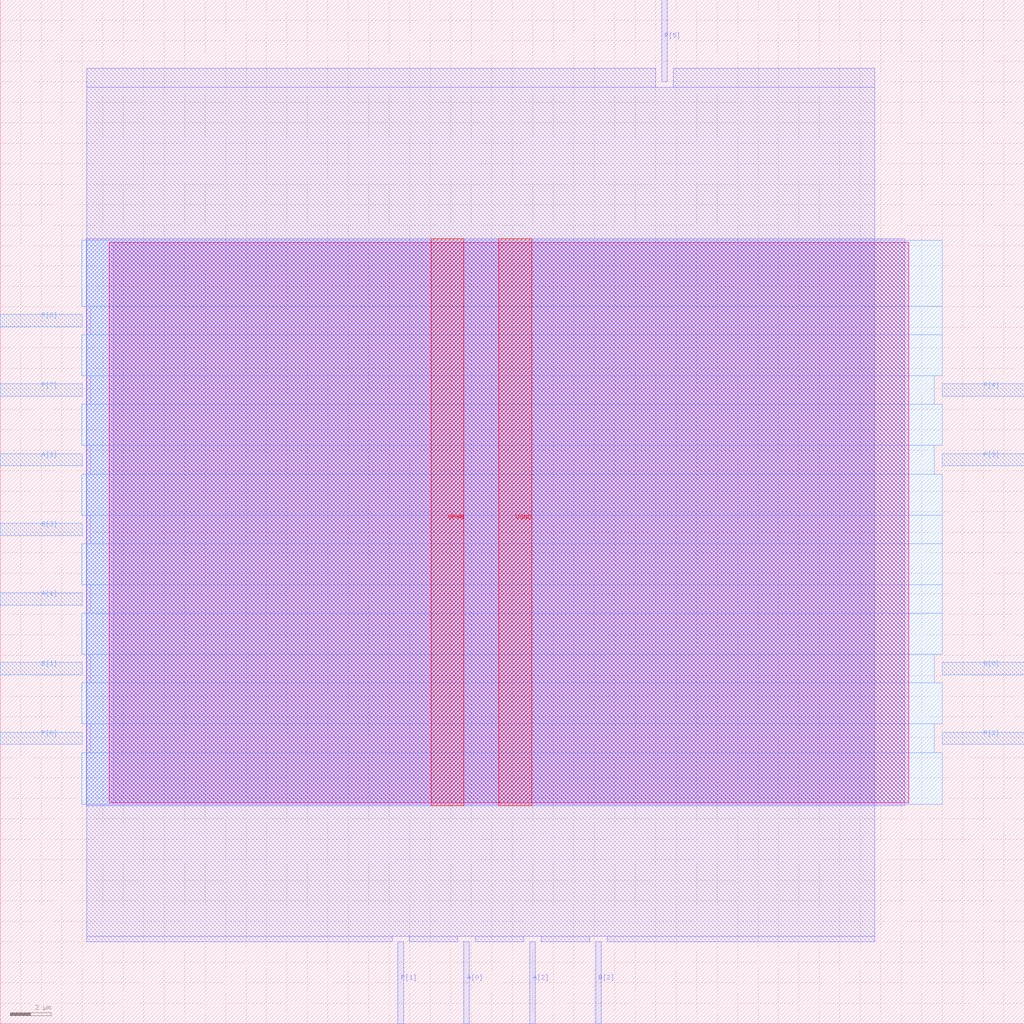
<source format=lef>
VERSION 5.7 ;
  NOWIREEXTENSIONATPIN ON ;
  DIVIDERCHAR "/" ;
  BUSBITCHARS "[]" ;
MACRO mult4_SarsaNada_e10_SARSA_RUIDO_e9_SARSA_RUIDO_e9_SARSA_RUIDO_e9
  CLASS BLOCK ;
  FOREIGN mult4_SarsaNada_e10_SARSA_RUIDO_e9_SARSA_RUIDO_e9_SARSA_RUIDO_e9 ;
  ORIGIN 0.000 0.000 ;
  SIZE 50.000 BY 50.000 ;
  PIN A[0]
    DIRECTION INPUT ;
    USE SIGNAL ;
    ANTENNAGATEAREA 0.196500 ;
    PORT
      LAYER met2 ;
        RECT 22.630 0.000 22.910 4.000 ;
    END
  END A[0]
  PIN A[1]
    DIRECTION INPUT ;
    USE SIGNAL ;
    ANTENNAGATEAREA 0.126000 ;
    PORT
      LAYER met3 ;
        RECT 0.000 20.440 4.000 21.040 ;
    END
  END A[1]
  PIN A[2]
    DIRECTION INPUT ;
    USE SIGNAL ;
    ANTENNAGATEAREA 0.196500 ;
    PORT
      LAYER met2 ;
        RECT 25.850 0.000 26.130 4.000 ;
    END
  END A[2]
  PIN A[3]
    DIRECTION INPUT ;
    USE SIGNAL ;
    ANTENNAGATEAREA 0.196500 ;
    PORT
      LAYER met3 ;
        RECT 0.000 27.240 4.000 27.840 ;
    END
  END A[3]
  PIN B[0]
    DIRECTION INPUT ;
    USE SIGNAL ;
    ANTENNAGATEAREA 0.196500 ;
    PORT
      LAYER met3 ;
        RECT 46.000 17.040 50.000 17.640 ;
    END
  END B[0]
  PIN B[1]
    DIRECTION INPUT ;
    USE SIGNAL ;
    ANTENNAGATEAREA 0.126000 ;
    PORT
      LAYER met3 ;
        RECT 0.000 17.040 4.000 17.640 ;
    END
  END B[1]
  PIN B[2]
    DIRECTION INPUT ;
    USE SIGNAL ;
    ANTENNAGATEAREA 0.196500 ;
    PORT
      LAYER met2 ;
        RECT 29.070 0.000 29.350 4.000 ;
    END
  END B[2]
  PIN B[3]
    DIRECTION INPUT ;
    USE SIGNAL ;
    ANTENNAGATEAREA 0.126000 ;
    PORT
      LAYER met3 ;
        RECT 0.000 23.840 4.000 24.440 ;
    END
  END B[3]
  PIN P[0]
    DIRECTION OUTPUT ;
    USE SIGNAL ;
    ANTENNADIFFAREA 0.445500 ;
    PORT
      LAYER met3 ;
        RECT 0.000 13.640 4.000 14.240 ;
    END
  END P[0]
  PIN P[1]
    DIRECTION OUTPUT ;
    USE SIGNAL ;
    ANTENNADIFFAREA 0.445500 ;
    PORT
      LAYER met2 ;
        RECT 19.410 0.000 19.690 4.000 ;
    END
  END P[1]
  PIN P[2]
    DIRECTION OUTPUT ;
    USE SIGNAL ;
    ANTENNADIFFAREA 0.445500 ;
    PORT
      LAYER met3 ;
        RECT 46.000 13.640 50.000 14.240 ;
    END
  END P[2]
  PIN P[3]
    DIRECTION OUTPUT ;
    USE SIGNAL ;
    ANTENNADIFFAREA 0.445500 ;
    PORT
      LAYER met3 ;
        RECT 46.000 27.240 50.000 27.840 ;
    END
  END P[3]
  PIN P[4]
    DIRECTION OUTPUT ;
    USE SIGNAL ;
    ANTENNADIFFAREA 0.445500 ;
    PORT
      LAYER met3 ;
        RECT 46.000 30.640 50.000 31.240 ;
    END
  END P[4]
  PIN P[5]
    DIRECTION OUTPUT ;
    USE SIGNAL ;
    ANTENNADIFFAREA 0.445500 ;
    PORT
      LAYER met2 ;
        RECT 32.290 46.000 32.570 50.000 ;
    END
  END P[5]
  PIN P[6]
    DIRECTION OUTPUT ;
    USE SIGNAL ;
    ANTENNADIFFAREA 0.445500 ;
    PORT
      LAYER met3 ;
        RECT 0.000 34.040 4.000 34.640 ;
    END
  END P[6]
  PIN P[7]
    DIRECTION OUTPUT ;
    USE SIGNAL ;
    ANTENNADIFFAREA 0.445500 ;
    PORT
      LAYER met3 ;
        RECT 0.000 30.640 4.000 31.240 ;
    END
  END P[7]
  PIN VGND
    DIRECTION INOUT ;
    USE GROUND ;
    PORT
      LAYER met4 ;
        RECT 24.340 10.640 25.940 38.320 ;
    END
  END VGND
  PIN VPWR
    DIRECTION INOUT ;
    USE POWER ;
    PORT
      LAYER met4 ;
        RECT 21.040 10.640 22.640 38.320 ;
    END
  END VPWR
  OBS
      LAYER nwell ;
        RECT 5.330 10.795 44.350 38.165 ;
      LAYER li1 ;
        RECT 5.520 10.795 44.160 38.165 ;
      LAYER met1 ;
        RECT 4.210 10.640 44.160 38.320 ;
      LAYER met2 ;
        RECT 4.230 45.720 32.010 46.650 ;
        RECT 32.850 45.720 42.690 46.650 ;
        RECT 4.230 4.280 42.690 45.720 ;
        RECT 4.230 4.000 19.130 4.280 ;
        RECT 19.970 4.000 22.350 4.280 ;
        RECT 23.190 4.000 25.570 4.280 ;
        RECT 26.410 4.000 28.790 4.280 ;
        RECT 29.630 4.000 42.690 4.280 ;
      LAYER met3 ;
        RECT 3.990 35.040 46.000 38.245 ;
        RECT 4.400 33.640 46.000 35.040 ;
        RECT 3.990 31.640 46.000 33.640 ;
        RECT 4.400 30.240 45.600 31.640 ;
        RECT 3.990 28.240 46.000 30.240 ;
        RECT 4.400 26.840 45.600 28.240 ;
        RECT 3.990 24.840 46.000 26.840 ;
        RECT 4.400 23.440 46.000 24.840 ;
        RECT 3.990 21.440 46.000 23.440 ;
        RECT 4.400 20.040 46.000 21.440 ;
        RECT 3.990 18.040 46.000 20.040 ;
        RECT 4.400 16.640 45.600 18.040 ;
        RECT 3.990 14.640 46.000 16.640 ;
        RECT 4.400 13.240 45.600 14.640 ;
        RECT 3.990 10.715 46.000 13.240 ;
  END
END mult4_SarsaNada_e10_SARSA_RUIDO_e9_SARSA_RUIDO_e9_SARSA_RUIDO_e9
END LIBRARY


</source>
